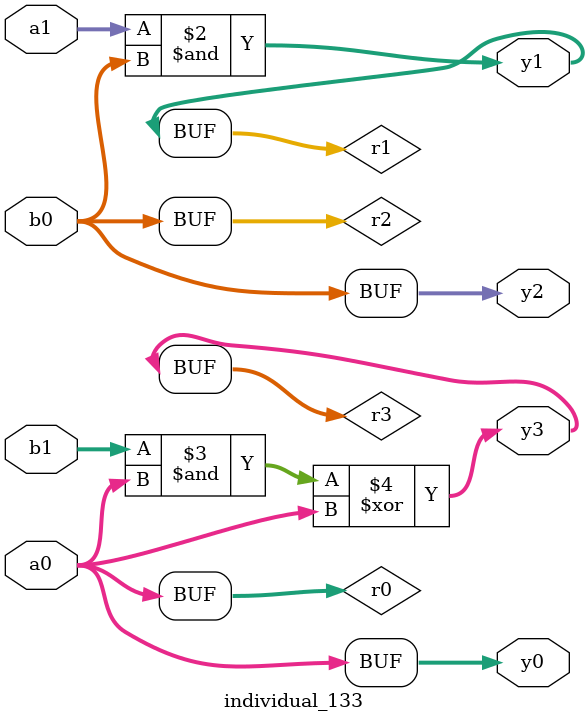
<source format=sv>
module individual_133(input logic [15:0] a1, input logic [15:0] a0, input logic [15:0] b1, input logic [15:0] b0, output logic [15:0] y3, output logic [15:0] y2, output logic [15:0] y1, output logic [15:0] y0);
logic [15:0] r0, r1, r2, r3; 
 always@(*) begin 
	 r0 = a0; r1 = a1; r2 = b0; r3 = b1; 
 	 r1  &=  r2 ;
 	 r3  &=  r0 ;
 	 r3  ^=  r0 ;
 	 y3 = r3; y2 = r2; y1 = r1; y0 = r0; 
end
endmodule
</source>
